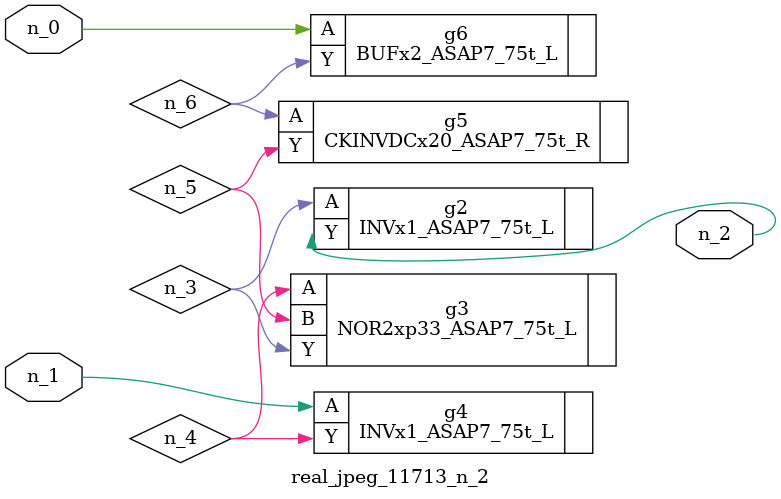
<source format=v>
module real_jpeg_11713_n_2 (n_1, n_0, n_2);

input n_1;
input n_0;

output n_2;

wire n_5;
wire n_4;
wire n_6;
wire n_3;

BUFx2_ASAP7_75t_L g6 ( 
.A(n_0),
.Y(n_6)
);

INVx1_ASAP7_75t_L g4 ( 
.A(n_1),
.Y(n_4)
);

INVx1_ASAP7_75t_L g2 ( 
.A(n_3),
.Y(n_2)
);

NOR2xp33_ASAP7_75t_L g3 ( 
.A(n_4),
.B(n_5),
.Y(n_3)
);

CKINVDCx20_ASAP7_75t_R g5 ( 
.A(n_6),
.Y(n_5)
);


endmodule
</source>
